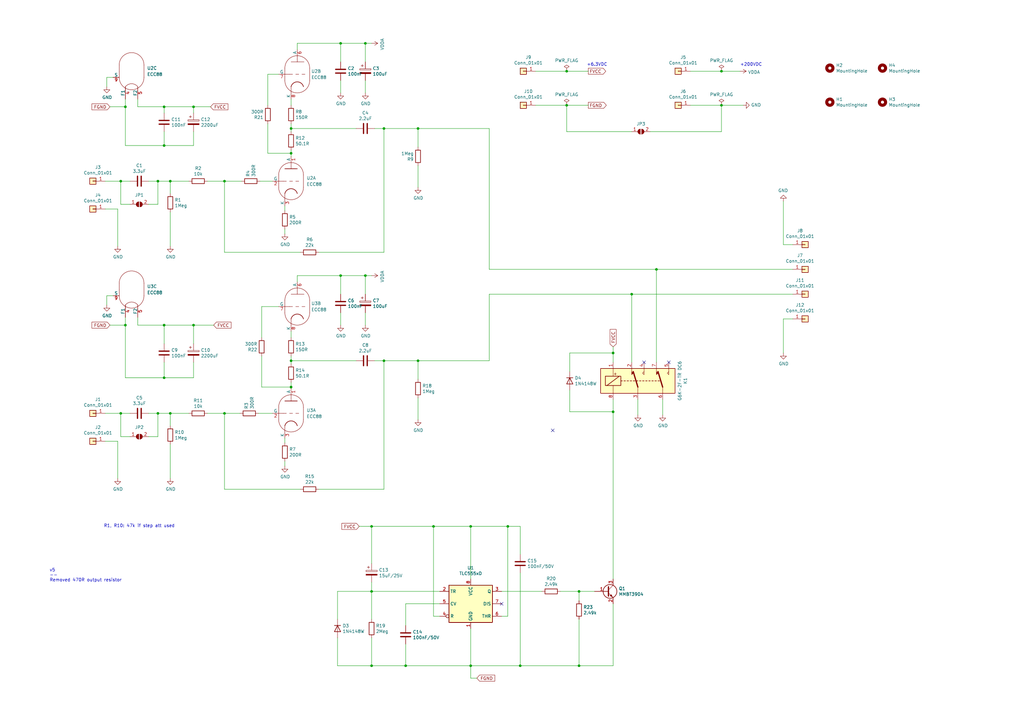
<source format=kicad_sch>
(kicad_sch (version 20230121) (generator eeschema)
  (paper "A3")
  (title_block (title "SRPP+ Pre-Amp ECC88/E88CC") (date "2023-09-24") (rev "V5 Bottom"))
  (lib_symbols
    (symbol "Connector_Generic:Conn_01x01" (pin_names (offset 1.016) hide)
      (property "Reference" "J" (at 0 2.54 0))
      (property "Value" "Conn_01x01" (at 0 -2.54 0))
      (symbol "Conn_01x01_1_1"
        (rectangle (start -1.27 0.127) (end 0 -0.127) (stroke (width 0.1524)))
        (rectangle (start -1.27 1.27) (end 1.27 -1.27) (stroke (width 0.254)) (fill (type background)))
        (pin passive line (at -5.08 0 0) (length 3.81) (name "Pin_1") (number "1"))
      )
    )
    (symbol "Device:C" (pin_numbers hide) (pin_names (offset 0.254))
      (property "Reference" "C" (at 0.635 2.54 0))
      (property "Value" "C" (at 0.635 -2.54 0))
      (symbol "C_0_1"
        (polyline (pts (xy -2.032 -0.762) (xy 2.032 -0.762)) (stroke (width 0.508)))
        (polyline (pts (xy -2.032 0.762) (xy 2.032 0.762)) (stroke (width 0.508)))
      )
      (symbol "C_1_1"
        (pin passive line (at 0 3.81 270) (length 2.794) (name "~") (number "1"))
        (pin passive line (at 0 -3.81 90) (length 2.794) (name "~") (number "2"))
      )
    )
    (symbol "Device:C_Polarized" (pin_numbers hide) (pin_names (offset 0.254))
      (property "Reference" "C" (at 0.635 2.54 0))
      (property "Value" "C_Polarized" (at 0.635 -2.54 0))
      (symbol "C_Polarized_0_1"
        (rectangle (start -2.286 0.508) (end 2.286 1.016))
        (polyline (pts (xy -1.778 2.286) (xy -0.762 2.286)))
        (polyline (pts (xy -1.27 2.794) (xy -1.27 1.778)))
        (rectangle (start 2.286 -0.508) (end -2.286 -1.016) (fill (type outline)))
      )
      (symbol "C_Polarized_1_1"
        (pin passive line (at 0 3.81 270) (length 2.794) (name "~") (number "1"))
        (pin passive line (at 0 -3.81 90) (length 2.794) (name "~") (number "2"))
      )
    )
    (symbol "Device:R" (pin_numbers hide) (pin_names (offset 0))
      (property "Reference" "R" (at 2.032 0 90))
      (property "Value" "R" (at 0 0 90))
      (symbol "R_0_1"
        (rectangle (start -1.016 -2.54) (end 1.016 2.54) (stroke (width 0.254)))
      )
      (symbol "R_1_1"
        (pin passive line (at 0 3.81 270) (length 1.27) (name "~") (number "1"))
        (pin passive line (at 0 -3.81 90) (length 1.27) (name "~") (number "2"))
      )
    )
    (symbol "Diode:1N4148W" (pin_numbers hide) (pin_names (offset 1.016) hide)
      (property "Reference" "D" (at 0 2.54 0))
      (property "Value" "1N4148W" (at 0 -2.54 0))
      (symbol "1N4148W_0_1"
        (polyline (pts (xy -1.27 1.27) (xy -1.27 -1.27)) (stroke (width 0.254)))
        (polyline (pts (xy 1.27 0) (xy -1.27 0)))
        (polyline (pts (xy 1.27 1.27) (xy 1.27 -1.27) (xy -1.27 0) (xy 1.27 1.27)) (stroke (width 0.254)))
      )
      (symbol "1N4148W_1_1"
        (pin passive line (at -3.81 0 0) (length 2.54) (name "K") (number "1"))
        (pin passive line (at 3.81 0 180) (length 2.54) (name "A") (number "2"))
      )
    )
    (symbol "Jumper:SolderJumper_2_Open" (pin_names (offset 0) hide)
      (property "Reference" "JP" (at 0 2.032 0))
      (property "Value" "SolderJumper_2_Open" (at 0 -2.54 0))
      (symbol "SolderJumper_2_Open_0_1"
        (arc (start -0.254 1.016) (mid -1.2656 0) (end -0.254 -1.016))
        (arc (start -0.254 1.016) (mid -1.2656 0) (end -0.254 -1.016) (fill (type outline)))
        (polyline (pts (xy -0.254 1.016) (xy -0.254 -1.016)))
        (polyline (pts (xy 0.254 1.016) (xy 0.254 -1.016)))
        (arc (start 0.254 -1.016) (mid 1.2656 0) (end 0.254 1.016))
        (arc (start 0.254 -1.016) (mid 1.2656 0) (end 0.254 1.016) (fill (type outline)))
      )
      (symbol "SolderJumper_2_Open_1_1"
        (pin passive line (at -3.81 0 0) (length 2.54) (name "A") (number "1"))
        (pin passive line (at 3.81 0 180) (length 2.54) (name "B") (number "2"))
      )
    )
    (symbol "Mechanical:MountingHole" (pin_names (offset 1.016))
      (property "Reference" "H" (at 0 5.08 0))
      (property "Value" "MountingHole" (at 0 3.175 0))
      (symbol "MountingHole_0_1"
        (circle (center 0 0) (radius 1.27) (stroke (width 1.27)))
      )
    )
    (symbol "Relay:G6K-2"
      (property "Reference" "K" (at 16.51 3.81 0))
      (property "Value" "G6K-2" (at 16.51 1.27 0))
      (symbol "G6K-2_0_0"
        (text "+" (at -9.271 2.921 0) (effects (font (size 1.27 1.27))))
      )
      (symbol "G6K-2_0_1"
        (rectangle (start -15.24 5.08) (end 15.24 -5.08) (stroke (width 0.254)) (fill (type background)))
        (rectangle (start -13.335 1.905) (end -6.985 -1.905) (stroke (width 0.254)))
        (polyline (pts (xy -12.7 -1.905) (xy -7.62 1.905)) (stroke (width 0.254)))
        (polyline (pts (xy -10.16 -5.08) (xy -10.16 -1.905)))
        (polyline (pts (xy -10.16 5.08) (xy -10.16 1.905)))
        (polyline (pts (xy -6.985 0) (xy -6.35 0)) (stroke (width 0.254)))
        (polyline (pts (xy -5.715 0) (xy -5.08 0)) (stroke (width 0.254)))
        (polyline (pts (xy -4.445 0) (xy -3.81 0)) (stroke (width 0.254)))
        (polyline (pts (xy -3.175 0) (xy -2.54 0)) (stroke (width 0.254)))
        (polyline (pts (xy -1.905 0) (xy -1.27 0)) (stroke (width 0.254)))
        (polyline (pts (xy -0.635 0) (xy 0 0)) (stroke (width 0.254)))
        (polyline (pts (xy 0 -2.54) (xy -1.905 3.81)) (stroke (width 0.508)))
        (polyline (pts (xy 0 -2.54) (xy 0 -5.08)))
        (polyline (pts (xy 0.635 0) (xy 1.27 0)) (stroke (width 0.254)))
        (polyline (pts (xy 1.905 0) (xy 2.54 0)) (stroke (width 0.254)))
        (polyline (pts (xy 3.175 0) (xy 3.81 0)) (stroke (width 0.254)))
        (polyline (pts (xy 4.445 0) (xy 5.08 0)) (stroke (width 0.254)))
        (polyline (pts (xy 5.715 0) (xy 6.35 0)) (stroke (width 0.254)))
        (polyline (pts (xy 6.985 0) (xy 7.62 0)) (stroke (width 0.254)))
        (polyline (pts (xy 8.255 0) (xy 8.89 0)) (stroke (width 0.254)))
        (polyline (pts (xy 10.16 -2.54) (xy 8.255 3.81)) (stroke (width 0.508)))
        (polyline (pts (xy 10.16 -2.54) (xy 10.16 -5.08)))
        (polyline (pts (xy -2.54 5.08) (xy -2.54 2.54) (xy -1.905 3.175) (xy -2.54 3.81)) (fill (type outline)))
        (polyline (pts (xy 2.54 5.08) (xy 2.54 2.54) (xy 1.905 3.175) (xy 2.54 3.81)))
        (polyline (pts (xy 7.62 5.08) (xy 7.62 2.54) (xy 8.255 3.175) (xy 7.62 3.81)) (fill (type outline)))
        (polyline (pts (xy 12.7 5.08) (xy 12.7 2.54) (xy 12.065 3.175) (xy 12.7 3.81)))
      )
      (symbol "G6K-2_1_1"
        (pin passive line (at -10.16 7.62 270) (length 2.54) (name "~") (number "1"))
        (pin passive line (at -2.54 7.62 270) (length 2.54) (name "~") (number "2"))
        (pin passive line (at 0 -7.62 90) (length 2.54) (name "~") (number "3"))
        (pin passive line (at 2.54 7.62 270) (length 2.54) (name "~") (number "4"))
        (pin passive line (at 12.7 7.62 270) (length 2.54) (name "~") (number "5"))
        (pin passive line (at 10.16 -7.62 90) (length 2.54) (name "~") (number "6"))
        (pin passive line (at 7.62 7.62 270) (length 2.54) (name "~") (number "7"))
        (pin passive line (at -10.16 -7.62 90) (length 2.54) (name "~") (number "8"))
      )
    )
    (symbol "Timer:TLC555xD"
      (property "Reference" "U" (at -10.16 8.89 0))
      (property "Value" "TLC555xD" (at 2.54 8.89 0))
      (symbol "TLC555xD_0_0"
        (pin power_in line (at 0 -10.16 90) (length 2.54) (name "GND") (number "1"))
        (pin power_in line (at 0 10.16 270) (length 2.54) (name "VCC") (number "8"))
      )
      (symbol "TLC555xD_0_1"
        (rectangle (start -8.89 -7.62) (end 8.89 7.62) (stroke (width 0.254)) (fill (type background)))
        (rectangle (start -8.89 -7.62) (end 8.89 7.62) (stroke (width 0.254)) (fill (type background)))
      )
      (symbol "TLC555xD_1_1"
        (pin input line (at -12.7 5.08 0) (length 3.81) (name "TR") (number "2"))
        (pin output line (at 12.7 5.08 180) (length 3.81) (name "Q") (number "3"))
        (pin input inverted (at -12.7 -5.08 0) (length 3.81) (name "R") (number "4"))
        (pin input line (at -12.7 0 0) (length 3.81) (name "CV") (number "5"))
        (pin input line (at 12.7 -5.08 180) (length 3.81) (name "THR") (number "6"))
        (pin input line (at 12.7 0 180) (length 3.81) (name "DIS") (number "7"))
      )
    )
    (symbol "Transistor_BJT:MMBT3904" (pin_names (offset 0) hide)
      (property "Reference" "Q" (at 5.08 1.905 0))
      (property "Value" "MMBT3904" (at 5.08 0 0))
      (symbol "MMBT3904_0_1"
        (polyline (pts (xy 0.635 0.635) (xy 2.54 2.54)))
        (polyline (pts (xy 0.635 -0.635) (xy 2.54 -2.54) (xy 2.54 -2.54)))
        (polyline (pts (xy 0.635 1.905) (xy 0.635 -1.905) (xy 0.635 -1.905)) (stroke (width 0.508)))
        (polyline (pts (xy 1.27 -1.778) (xy 1.778 -1.27) (xy 2.286 -2.286) (xy 1.27 -1.778) (xy 1.27 -1.778)) (fill (type outline)))
        (circle (center 1.27 0) (radius 2.8194) (stroke (width 0.254)))
      )
      (symbol "MMBT3904_1_1"
        (pin input line (at -5.08 0 0) (length 5.715) (name "B") (number "1"))
        (pin passive line (at 2.54 -5.08 90) (length 2.54) (name "E") (number "2"))
        (pin passive line (at 2.54 5.08 270) (length 2.54) (name "C") (number "3"))
      )
    )
    (symbol "kicad-snk:ECC88-Shield" (pin_names (offset 0))
      (property "Reference" "U" (at 4.318 7.112 0))
      (property "Value" "ECC88-Shield" (at 5.08 -7.62 0))
      (symbol "ECC88-Shield_0_1"
        (arc (start -5.08 -2.54) (mid 0 -7.5979) (end 5.08 -2.54))
        (polyline (pts (xy -5.08 0) (xy -5.08 -2.54)))
        (polyline (pts (xy -5.08 2.54) (xy -5.08 0)))
        (polyline (pts (xy 5.08 2.54) (xy 5.08 -2.54)))
        (arc (start 5.08 2.54) (mid 0 7.5979) (end -5.08 2.54))
      )
      (symbol "ECC88-Shield_1_0"
        (polyline (pts (xy -2.54 -5.08) (xy -2.54 -7.62)))
        (polyline (pts (xy 0 5.08) (xy 0 7.62)))
      )
      (symbol "ECC88-Shield_1_1"
        (polyline (pts (xy -5.08 0) (xy -3.175 0)))
        (polyline (pts (xy -1.905 0) (xy -3.175 0)) (stroke (width 0.1524)))
        (polyline (pts (xy -0.635 0) (xy 0.635 0)) (stroke (width 0.1524)))
        (polyline (pts (xy 1.905 0) (xy 3.175 0)) (stroke (width 0.1524)))
        (polyline (pts (xy -2.54 5.08) (xy 2.54 5.08) (xy 2.54 5.08)) (stroke (width 0.254)))
        (arc (start 2.54 -5.08) (mid 0 -3.0968) (end -2.54 -5.08) (stroke (width 0.254)))
        (pin output line (at 0 10.16 270) (length 2.54) (name "A") (number "1"))
        (pin input line (at -7.62 0 0) (length 2.54) (name "G") (number "2"))
        (pin bidirectional line (at -2.54 -10.16 90) (length 2.54) (name "K") (number "3"))
      )
      (symbol "ECC88-Shield_2_0"
        (polyline (pts (xy -5.08 0) (xy -3.175 0)))
        (polyline (pts (xy -2.54 -5.08) (xy -2.54 -7.62)))
        (polyline (pts (xy -1.905 0) (xy -3.175 0)) (stroke (width 0.1524)))
        (polyline (pts (xy -0.635 0) (xy 0.635 0)) (stroke (width 0.1524)))
        (polyline (pts (xy 0 5.08) (xy 0 7.62)))
        (polyline (pts (xy 1.905 0) (xy 3.175 0)) (stroke (width 0.1524)))
        (polyline (pts (xy 2.794 5.08) (xy -2.54 5.08) (xy -2.54 5.08)) (stroke (width 0.1524)))
      )
      (symbol "ECC88-Shield_2_1"
        (arc (start 2.54 -5.08) (mid 0 -3.0968) (end -2.54 -5.08) (stroke (width 0.254)))
        (pin output line (at 0 10.16 270) (length 2.54) (name "A") (number "6"))
        (pin input line (at -7.62 0 0) (length 2.54) (name "G") (number "7"))
        (pin bidirectional line (at -2.54 -10.16 90) (length 2.54) (name "K") (number "8"))
      )
      (symbol "ECC88-Shield_3_1"
        (arc (start 2.54 -6.35) (mid 0 -5.1292) (end -2.54 -6.35))
        (pin power_in line (at -2.54 -11.43 90) (length 5.08) (name "F1") (number "4"))
        (pin power_in line (at 2.54 -11.43 90) (length 5.08) (name "F2") (number "5"))
        (pin passive line (at -7.62 -2.54 0) (length 2.54) (name "S") (number "9"))
      )
    )
    (symbol "power:GND" (power) (pin_names (offset 0))
      (property "Value" "GND" (at 0 -3.81 0))
      (symbol "GND_0_1"
        (polyline (pts (xy 0 0) (xy 0 -1.27) (xy 1.27 -1.27) (xy 0 -2.54) (xy -1.27 -1.27) (xy 0 -1.27)))
      )
      (symbol "GND_1_1"
        (pin power_in line (at 0 0 270) (length 0) hide (name "GND") (number "1"))
      )
    )
    (symbol "power:PWR_FLAG" (power) (pin_numbers hide) (pin_names (offset 0) hide)
      (property "Value" "PWR_FLAG" (at 0 3.81 0))
      (symbol "PWR_FLAG_0_0"
        (pin power_out line (at 0 0 90) (length 0) (name "pwr") (number "1"))
      )
      (symbol "PWR_FLAG_0_1"
        (polyline (pts (xy 0 0) (xy 0 1.27) (xy -1.016 1.905) (xy 0 2.54) (xy 1.016 1.905) (xy 0 1.27)))
      )
    )
    (symbol "power:VDDA" (power) (pin_names (offset 0))
      (property "Value" "VDDA" (at 0 3.81 0))
      (symbol "VDDA_0_1"
        (polyline (pts (xy -0.762 1.27) (xy 0 2.54)))
        (polyline (pts (xy 0 0) (xy 0 2.54)))
        (polyline (pts (xy 0 2.54) (xy 0.762 1.27)))
      )
      (symbol "VDDA_1_1"
        (pin power_in line (at 0 0 90) (length 0) hide (name "VDDA") (number "1"))
      )
    )
  )
  (junction (at 193.04 215.9))
  (junction (at 67.31 154.94))
  (junction (at 237.49 273.05))
  (junction (at 79.375 43.815))
  (junction (at 119.38 147.955))
  (junction (at 64.77 74.295))
  (junction (at 152.4 273.05))
  (junction (at 51.435 43.815))
  (junction (at 251.46 144.78))
  (junction (at 295.91 43.18))
  (junction (at 251.46 168.91))
  (junction (at 69.85 74.295))
  (junction (at 193.04 273.05))
  (junction (at 177.8 215.9))
  (junction (at 152.4 242.57))
  (junction (at 67.31 133.35))
  (junction (at 67.31 43.815))
  (junction (at 139.7 17.78))
  (junction (at 232.41 43.18))
  (junction (at 295.91 29.21))
  (junction (at 67.31 59.69))
  (junction (at 79.375 133.35))
  (junction (at 152.4 215.9))
  (junction (at 171.45 147.955))
  (junction (at 157.48 52.705))
  (junction (at 49.53 74.295))
  (junction (at 269.24 110.49))
  (junction (at 92.075 169.545))
  (junction (at 208.28 215.9))
  (junction (at 171.45 52.705))
  (junction (at 49.53 169.545))
  (junction (at 119.38 158.75))
  (junction (at 51.435 133.35))
  (junction (at 119.38 62.865))
  (junction (at 232.41 29.21))
  (junction (at 237.49 242.57))
  (junction (at 259.08 120.65))
  (junction (at 213.36 273.05))
  (junction (at 157.48 147.955))
  (junction (at 149.86 113.03))
  (junction (at 139.7 113.03))
  (junction (at 92.075 74.295))
  (junction (at 119.38 52.705))
  (junction (at 166.37 273.05))
  (junction (at 64.77 169.545))
  (junction (at 149.86 17.78))
  (junction (at 69.85 169.545))
  (no_connect (at 264.16 148.59))
  (no_connect (at 274.32 148.59))
  (no_connect (at 226.695 176.53))
  (no_connect (at 205.74 247.65))
  (wire (pts (xy 43.815 121.285) (xy 46.355 121.285)))
  (wire (pts (xy 232.41 53.975) (xy 232.41 43.18)))
  (wire (pts (xy 259.08 53.975) (xy 232.41 53.975)))
  (wire (pts (xy 157.48 52.705) (xy 153.67 52.705)))
  (wire (pts (xy 60.96 83.82) (xy 64.77 83.82)))
  (wire (pts (xy 49.53 169.545) (xy 53.34 169.545)))
  (wire (pts (xy 138.43 273.05) (xy 138.43 261.62)))
  (wire (pts (xy 208.28 252.73) (xy 208.28 215.9)))
  (wire (pts (xy 193.04 273.05) (xy 193.04 278.13)))
  (wire (pts (xy 92.075 169.545) (xy 98.425 169.545)))
  (wire (pts (xy 213.36 227.33) (xy 213.36 215.9)))
  (wire (pts (xy 233.68 152.4) (xy 233.68 144.78)))
  (wire (pts (xy 119.38 52.705) (xy 119.38 53.975)))
  (wire (pts (xy 85.09 169.545) (xy 92.075 169.545)))
  (wire (pts (xy 149.86 113.03) (xy 149.86 120.65)))
  (wire (pts (xy 213.36 273.05) (xy 193.04 273.05)))
  (wire (pts (xy 321.31 144.78) (xy 321.31 130.81)))
  (wire (pts (xy 106.68 74.295) (xy 111.76 74.295)))
  (wire (pts (xy 64.77 74.295) (xy 60.96 74.295)))
  (wire (pts (xy 139.7 17.78) (xy 149.86 17.78)))
  (wire (pts (xy 79.375 53.975) (xy 79.375 59.69)))
  (wire (pts (xy 213.36 234.95) (xy 213.36 273.05)))
  (wire (pts (xy 153.67 147.955) (xy 157.48 147.955)))
  (wire (pts (xy 119.38 62.865) (xy 119.38 64.135)))
  (wire (pts (xy 321.31 100.33) (xy 321.31 82.55)))
  (wire (pts (xy 321.31 130.81) (xy 325.12 130.81)))
  (wire (pts (xy 67.31 154.94) (xy 67.31 148.59)))
  (wire (pts (xy 139.7 38.1) (xy 139.7 33.02)))
  (wire (pts (xy 43.815 35.56) (xy 43.815 31.75)))
  (wire (pts (xy 109.855 30.48) (xy 114.3 30.48)))
  (wire (pts (xy 180.34 247.65) (xy 166.37 247.65)))
  (wire (pts (xy 237.49 273.05) (xy 213.36 273.05)))
  (wire (pts (xy 67.31 53.975) (xy 67.31 59.69)))
  (wire (pts (xy 69.85 169.545) (xy 64.77 169.545)))
  (wire (pts (xy 53.34 179.07) (xy 49.53 179.07)))
  (wire (pts (xy 157.48 147.955) (xy 157.48 200.66)))
  (wire (pts (xy 85.09 74.295) (xy 92.075 74.295)))
  (wire (pts (xy 51.435 154.94) (xy 67.31 154.94)))
  (wire (pts (xy 237.49 242.57) (xy 229.87 242.57)))
  (wire (pts (xy 116.84 189.23) (xy 116.84 191.135)))
  (wire (pts (xy 200.66 110.49) (xy 200.66 52.705)))
  (wire (pts (xy 92.075 74.295) (xy 99.06 74.295)))
  (wire (pts (xy 67.31 43.815) (xy 79.375 43.815)))
  (wire (pts (xy 219.71 43.18) (xy 232.41 43.18)))
  (wire (pts (xy 139.7 113.03) (xy 149.86 113.03)))
  (wire (pts (xy 266.7 53.975) (xy 295.91 53.975)))
  (wire (pts (xy 77.47 74.295) (xy 69.85 74.295)))
  (wire (pts (xy 139.7 120.65) (xy 139.7 113.03)))
  (wire (pts (xy 171.45 60.325) (xy 171.45 52.705)))
  (wire (pts (xy 149.86 133.35) (xy 149.86 128.27)))
  (wire (pts (xy 107.315 146.05) (xy 107.315 158.75)))
  (wire (pts (xy 51.435 43.815) (xy 51.435 59.69)))
  (wire (pts (xy 119.38 147.955) (xy 119.38 149.225)))
  (wire (pts (xy 121.92 115.57) (xy 121.92 113.03)))
  (wire (pts (xy 295.91 29.21) (xy 283.21 29.21)))
  (wire (pts (xy 195.58 278.13) (xy 193.04 278.13)))
  (wire (pts (xy 152.4 242.57) (xy 152.4 254)))
  (wire (pts (xy 177.8 252.73) (xy 177.8 215.9)))
  (wire (pts (xy 119.38 147.955) (xy 146.05 147.955)))
  (wire (pts (xy 193.04 257.81) (xy 193.04 273.05)))
  (wire (pts (xy 130.81 103.505) (xy 157.48 103.505)))
  (wire (pts (xy 64.77 179.07) (xy 64.77 169.545)))
  (wire (pts (xy 69.85 174.625) (xy 69.85 169.545)))
  (wire (pts (xy 303.53 29.21) (xy 295.91 29.21)))
  (wire (pts (xy 251.46 163.83) (xy 251.46 168.91)))
  (wire (pts (xy 251.46 144.78) (xy 251.46 142.24)))
  (wire (pts (xy 157.48 52.705) (xy 171.45 52.705)))
  (wire (pts (xy 79.375 140.97) (xy 79.375 133.35)))
  (wire (pts (xy 56.515 133.35) (xy 67.31 133.35)))
  (wire (pts (xy 243.84 242.57) (xy 237.49 242.57)))
  (wire (pts (xy 67.31 43.815) (xy 67.31 46.355)))
  (wire (pts (xy 119.105 147.955) (xy 119.38 147.955)))
  (wire (pts (xy 51.435 154.94) (xy 51.435 133.35)))
  (wire (pts (xy 51.435 133.35) (xy 51.435 130.175)))
  (wire (pts (xy 205.74 242.57) (xy 222.25 242.57)))
  (wire (pts (xy 45.085 133.35) (xy 51.435 133.35)))
  (wire (pts (xy 251.46 247.65) (xy 251.46 273.05)))
  (wire (pts (xy 233.68 168.91) (xy 251.46 168.91)))
  (wire (pts (xy 48.26 85.725) (xy 43.18 85.725)))
  (wire (pts (xy 200.66 120.65) (xy 259.08 120.65)))
  (wire (pts (xy 67.31 154.94) (xy 79.375 154.94)))
  (wire (pts (xy 138.43 242.57) (xy 138.43 254)))
  (wire (pts (xy 43.815 31.75) (xy 46.355 31.75)))
  (wire (pts (xy 149.86 113.03) (xy 152.4 113.03)))
  (wire (pts (xy 56.515 43.815) (xy 56.515 40.64)))
  (wire (pts (xy 49.53 83.82) (xy 49.53 74.295)))
  (wire (pts (xy 157.48 200.66) (xy 130.81 200.66)))
  (wire (pts (xy 119.38 40.64) (xy 119.38 43.18)))
  (wire (pts (xy 123.19 200.66) (xy 92.075 200.66)))
  (wire (pts (xy 149.86 17.78) (xy 152.4 17.78)))
  (wire (pts (xy 269.24 148.59) (xy 269.24 110.49)))
  (wire (pts (xy 106.045 169.545) (xy 111.76 169.545)))
  (wire (pts (xy 152.4 273.05) (xy 138.43 273.05)))
  (wire (pts (xy 171.45 67.945) (xy 171.45 76.835)))
  (wire (pts (xy 259.08 148.59) (xy 259.08 120.65)))
  (wire (pts (xy 213.36 215.9) (xy 208.28 215.9)))
  (wire (pts (xy 60.96 179.07) (xy 64.77 179.07)))
  (wire (pts (xy 237.49 246.38) (xy 237.49 242.57)))
  (wire (pts (xy 149.86 38.1) (xy 149.86 33.02)))
  (wire (pts (xy 114.3 125.73) (xy 107.315 125.73)))
  (wire (pts (xy 69.85 79.375) (xy 69.85 74.295)))
  (wire (pts (xy 69.85 100.965) (xy 69.85 86.995)))
  (wire (pts (xy 43.18 169.545) (xy 49.53 169.545)))
  (wire (pts (xy 121.92 113.03) (xy 139.7 113.03)))
  (wire (pts (xy 193.04 273.05) (xy 166.37 273.05)))
  (wire (pts (xy 107.315 158.75) (xy 119.38 158.75)))
  (wire (pts (xy 79.375 59.69) (xy 67.31 59.69)))
  (wire (pts (xy 283.21 43.18) (xy 295.91 43.18)))
  (wire (pts (xy 157.48 147.955) (xy 171.45 147.955)))
  (wire (pts (xy 116.84 84.455) (xy 116.84 86.36)))
  (wire (pts (xy 251.46 148.59) (xy 251.46 144.78)))
  (wire (pts (xy 171.45 155.575) (xy 171.45 147.955)))
  (wire (pts (xy 166.37 273.05) (xy 166.37 264.16)))
  (wire (pts (xy 116.84 93.98) (xy 116.84 95.885)))
  (wire (pts (xy 109.855 50.8) (xy 109.855 62.865)))
  (wire (pts (xy 232.41 29.21) (xy 241.3 29.21)))
  (wire (pts (xy 200.66 52.705) (xy 171.45 52.705)))
  (wire (pts (xy 109.855 62.865) (xy 119.38 62.865)))
  (wire (pts (xy 152.4 242.57) (xy 152.4 238.76)))
  (wire (pts (xy 121.92 20.32) (xy 121.92 17.78)))
  (wire (pts (xy 119.38 52.705) (xy 146.05 52.705)))
  (wire (pts (xy 43.18 74.295) (xy 49.53 74.295)))
  (wire (pts (xy 107.315 125.73) (xy 107.315 138.43)))
  (wire (pts (xy 295.91 43.18) (xy 304.8 43.18)))
  (wire (pts (xy 233.68 160.02) (xy 233.68 168.91)))
  (wire (pts (xy 139.7 25.4) (xy 139.7 17.78)))
  (wire (pts (xy 119.38 156.845) (xy 119.38 158.75)))
  (wire (pts (xy 69.85 196.215) (xy 69.85 182.245)))
  (wire (pts (xy 269.24 110.49) (xy 325.12 110.49)))
  (wire (pts (xy 259.08 120.65) (xy 325.12 120.65)))
  (wire (pts (xy 64.77 83.82) (xy 64.77 74.295)))
  (wire (pts (xy 48.26 100.965) (xy 48.26 85.725)))
  (wire (pts (xy 119.38 146.05) (xy 119.38 147.955)))
  (wire (pts (xy 157.48 52.705) (xy 157.48 103.505)))
  (wire (pts (xy 51.435 59.69) (xy 67.31 59.69)))
  (wire (pts (xy 56.515 43.815) (xy 67.31 43.815)))
  (wire (pts (xy 200.66 120.65) (xy 200.66 147.955)))
  (wire (pts (xy 49.53 74.295) (xy 53.34 74.295)))
  (wire (pts (xy 193.04 215.9) (xy 177.8 215.9)))
  (wire (pts (xy 152.4 231.14) (xy 152.4 215.9)))
  (wire (pts (xy 79.375 43.815) (xy 86.36 43.815)))
  (wire (pts (xy 251.46 168.91) (xy 251.46 237.49)))
  (wire (pts (xy 208.28 215.9) (xy 193.04 215.9)))
  (wire (pts (xy 180.34 242.57) (xy 152.4 242.57)))
  (wire (pts (xy 119.38 135.89) (xy 119.38 138.43)))
  (wire (pts (xy 48.26 180.975) (xy 43.18 180.975)))
  (wire (pts (xy 261.62 170.18) (xy 261.62 163.83)))
  (wire (pts (xy 232.41 29.21) (xy 219.71 29.21)))
  (wire (pts (xy 92.075 200.66) (xy 92.075 169.545)))
  (wire (pts (xy 67.31 133.35) (xy 79.375 133.35)))
  (wire (pts (xy 271.78 170.18) (xy 271.78 163.83)))
  (wire (pts (xy 166.37 273.05) (xy 152.4 273.05)))
  (wire (pts (xy 232.41 43.18) (xy 241.3 43.18)))
  (wire (pts (xy 233.68 144.78) (xy 251.46 144.78)))
  (wire (pts (xy 147.32 215.9) (xy 152.4 215.9)))
  (wire (pts (xy 51.435 43.815) (xy 51.435 40.64)))
  (wire (pts (xy 109.855 43.18) (xy 109.855 30.48)))
  (wire (pts (xy 92.075 103.505) (xy 92.075 74.295)))
  (wire (pts (xy 53.34 83.82) (xy 49.53 83.82)))
  (wire (pts (xy 149.86 17.78) (xy 149.86 25.4)))
  (wire (pts (xy 79.375 154.94) (xy 79.375 148.59)))
  (wire (pts (xy 251.46 273.05) (xy 237.49 273.05)))
  (wire (pts (xy 152.4 273.05) (xy 152.4 261.62)))
  (wire (pts (xy 79.375 133.35) (xy 87.63 133.35)))
  (wire (pts (xy 79.375 43.815) (xy 79.375 46.355)))
  (wire (pts (xy 152.4 215.9) (xy 177.8 215.9)))
  (wire (pts (xy 77.47 169.545) (xy 69.85 169.545)))
  (wire (pts (xy 295.91 53.975) (xy 295.91 43.18)))
  (wire (pts (xy 119.38 61.595) (xy 119.38 62.865)))
  (wire (pts (xy 48.26 196.215) (xy 48.26 180.975)))
  (wire (pts (xy 200.66 147.955) (xy 171.45 147.955)))
  (wire (pts (xy 171.45 172.085) (xy 171.45 163.195)))
  (wire (pts (xy 200.66 110.49) (xy 269.24 110.49)))
  (wire (pts (xy 152.4 242.57) (xy 138.43 242.57)))
  (wire (pts (xy 123.19 103.505) (xy 92.075 103.505)))
  (wire (pts (xy 64.77 169.545) (xy 60.96 169.545)))
  (wire (pts (xy 49.53 179.07) (xy 49.53 169.545)))
  (wire (pts (xy 45.085 43.815) (xy 51.435 43.815)))
  (wire (pts (xy 69.85 74.295) (xy 64.77 74.295)))
  (wire (pts (xy 205.74 252.73) (xy 208.28 252.73)))
  (wire (pts (xy 67.31 140.97) (xy 67.31 133.35)))
  (wire (pts (xy 119.38 50.8) (xy 119.38 52.705)))
  (wire (pts (xy 193.04 237.49) (xy 193.04 215.9)))
  (wire (pts (xy 119.38 158.75) (xy 119.38 159.385)))
  (wire (pts (xy 121.92 17.78) (xy 139.7 17.78)))
  (wire (pts (xy 43.815 125.095) (xy 43.815 121.285)))
  (wire (pts (xy 116.84 179.705) (xy 116.84 181.61)))
  (wire (pts (xy 325.12 100.33) (xy 321.31 100.33)))
  (wire (pts (xy 56.515 133.35) (xy 56.515 130.175)))
  (wire (pts (xy 180.34 252.73) (xy 177.8 252.73)))
  (wire (pts (xy 237.49 254) (xy 237.49 273.05)))
  (wire (pts (xy 139.7 133.35) (xy 139.7 128.27)))
  (wire (pts (xy 166.37 247.65) (xy 166.37 256.54)))
  (text "+6.3VDC" (at 240.665 27.305 0) (effects (font (size 1.27 1.27)) (justify left bottom)))
  (text "v5\n--\nRemoved 470R output resistor" (at 20.32 238.76 0) (effects (font (size 1.27 1.27)) (justify left bottom)))
  (text "+200VDC" (at 303.53 27.305 0) (effects (font (size 1.27 1.27)) (justify left bottom)))
  (text "R1, R10: 47k if step att used" (at 42.545 216.535 0) (effects (font (size 1.27 1.27)) (justify left bottom)))
  (global_label "FGND" (shape output) (at 241.3 43.18 0) (property "Intersheetrefs" "${INTERSHEET_REFS}" (effects hide)))
  (global_label "FVCC" (shape output) (at 241.3 29.21 0) (property "Intersheetrefs" "${INTERSHEET_REFS}" (effects hide)))
  (global_label "FVCC" (shape input) (at 147.32 215.9 180) (property "Intersheetrefs" "${INTERSHEET_REFS}" (effects hide)))
  (global_label "FGND" (shape input) (at 45.085 133.35 180) (property "Intersheetrefs" "${INTERSHEET_REFS}" (effects hide)))
  (global_label "FGND" (shape input) (at 195.58 278.13 0) (property "Intersheetrefs" "${INTERSHEET_REFS}" (effects hide)))
  (global_label "FGND" (shape input) (at 45.085 43.815 180) (property "Intersheetrefs" "${INTERSHEET_REFS}" (effects hide)))
  (global_label "FVCC" (shape input) (at 251.46 142.24 90) (property "Intersheetrefs" "${INTERSHEET_REFS}" (effects hide)))
  (global_label "FVCC" (shape input) (at 86.36 43.815 0) (property "Intersheetrefs" "${INTERSHEET_REFS}" (effects hide)))
  (global_label "FVCC" (shape input) (at 87.63 133.35 0) (property "Intersheetrefs" "${INTERSHEET_REFS}" (effects hide)))
  (symbol (lib_id "Device:R") (at 81.28 74.295 270) (unit 1)
    (property "Reference" "R2" (at 81.28 69.0372 90))
    (property "Value" "10k" (at 81.28 71.3486 90))
    (property "Footprint" "Resistor_SMD:R_MELF_MMB-0207" (effects hide))
  )
  (symbol (lib_id "Device:R") (at 69.85 83.185 0) (unit 1)
    (property "Reference" "R1" (at 71.628 82.0166 0) (effects (justify left)))
    (property "Value" "1Meg" (at 71.628 84.328 0) (effects (justify left)))
    (property "Footprint" "Resistor_SMD:R_MELF_MMB-0207" (effects hide))
  )
  (symbol (lib_id "Connector_Generic:Conn_01x01") (at 38.1 74.295 180) (unit 1)
    (property "Reference" "J3" (at 40.1828 68.58 0))
    (property "Value" "Conn_01x01" (at 40.1828 70.8914 0))
    (property "Footprint" "Connector_Pin:Pin_D1.0mm_L10.0mm" (effects hide))
  )
  (symbol (lib_id "Connector_Generic:Conn_01x01") (at 38.1 85.725 180) (unit 1)
    (property "Reference" "J4" (at 40.1828 80.01 0))
    (property "Value" "Conn_01x01" (at 40.1828 82.3214 0))
    (property "Footprint" "Connector_Pin:Pin_D1.0mm_L10.0mm" (effects hide))
  )
  (symbol (lib_id "Connector_Generic:Conn_01x01") (at 278.13 29.21 180) (unit 1)
    (property "Reference" "J5" (at 280.2128 23.495 0))
    (property "Value" "Conn_01x01" (at 280.2128 25.8064 0))
    (property "Footprint" "Connector_Pin:Pin_D1.3mm_L11.0mm" (effects hide))
  )
  (symbol (lib_id "Connector_Generic:Conn_01x01") (at 278.13 43.18 180) (unit 1)
    (property "Reference" "J6" (at 280.2128 37.465 0))
    (property "Value" "Conn_01x01" (at 280.2128 39.7764 0))
    (property "Footprint" "Connector_Pin:Pin_D1.3mm_L11.0mm" (effects hide))
  )
  (symbol (lib_id "Device:C") (at 57.15 74.295 270) (unit 1)
    (property "Reference" "C1" (at 57.15 67.8942 90))
    (property "Value" "3.3uF" (at 57.15 70.2056 90))
    (property "Footprint" "Capacitor_THT:C_Rect_L7.2mm_W7.2mm_P5.00mm_FKS2_FKP2_MKS2_MKP2" (effects hide))
  )
  (symbol (lib_id "Mechanical:MountingHole") (at 340.36 27.94 0) (unit 1)
    (property "Reference" "H2" (at 342.9 26.7716 0) (effects (justify left)))
    (property "Value" "MountingHole" (at 342.9 29.083 0) (effects (justify left)))
    (property "Footprint" "MountingHole:MountingHole_3.2mm_M3" (effects hide))
  )
  (symbol (lib_id "Mechanical:MountingHole") (at 361.95 27.94 0) (unit 1)
    (property "Reference" "H4" (at 364.49 26.7716 0) (effects (justify left)))
    (property "Value" "MountingHole" (at 364.49 29.083 0) (effects (justify left)))
    (property "Footprint" "MountingHole:MountingHole_3.2mm_M3" (effects hide))
  )
  (symbol (lib_id "Mechanical:MountingHole") (at 340.36 41.91 0) (unit 1)
    (property "Reference" "H1" (at 342.9 40.7416 0) (effects (justify left)))
    (property "Value" "MountingHole" (at 342.9 43.053 0) (effects (justify left)))
    (property "Footprint" "MountingHole:MountingHole_3.2mm_M3" (effects hide))
  )
  (symbol (lib_id "Mechanical:MountingHole") (at 361.95 41.91 0) (unit 1)
    (property "Reference" "H3" (at 364.49 40.7416 0) (effects (justify left)))
    (property "Value" "MountingHole" (at 364.49 43.053 0) (effects (justify left)))
    (property "Footprint" "MountingHole:MountingHole_3.2mm_M3" (effects hide))
  )
  (symbol (lib_id "power:PWR_FLAG") (at 295.91 29.21 0) (unit 1)
    (property "Reference" "#FLG04" (effects hide))
    (property "Value" "PWR_FLAG" (at 295.91 24.8158 0))
  )
  (symbol (lib_id "power:GND") (at 304.8 43.18 90) (unit 1)
    (property "Reference" "#PWR05" (effects hide))
    (property "Value" "GND" (at 308.0512 43.053 90) (effects (justify right)))
  )
  (symbol (lib_id "power:PWR_FLAG") (at 295.91 43.18 0) (unit 1)
    (property "Reference" "#FLG03" (effects hide))
    (property "Value" "PWR_FLAG" (at 295.91 38.7858 0))
  )
  (symbol (lib_id "power:VDDA") (at 303.53 29.21 270) (unit 1)
    (property "Reference" "#PWR07" (effects hide))
    (property "Value" "VDDA" (at 306.7812 29.591 90) (effects (justify left)))
  )
  (symbol (lib_id "Device:C_Polarized") (at 149.86 29.21 0) (unit 1)
    (property "Reference" "C3" (at 152.8572 28.0416 0) (effects (justify left)))
    (property "Value" "100uF" (at 152.8572 30.353 0) (effects (justify left)))
    (property "Footprint" "Capacitor_THT:CP_Radial_D18.0mm_P7.50mm" (effects hide))
  )
  (symbol (lib_id "Device:C") (at 139.7 29.21 0) (unit 1)
    (property "Reference" "C2" (at 142.621 28.0416 0) (effects (justify left)))
    (property "Value" "100nF" (at 142.621 30.353 0) (effects (justify left)))
    (property "Footprint" "Capacitor_THT:C_Rect_L16.5mm_W5.0mm_P15.00mm_MKT" (effects hide))
  )
  (symbol (lib_id "Device:R") (at 171.45 64.135 180) (unit 1)
    (property "Reference" "R9" (at 169.672 65.3034 0) (effects (justify left)))
    (property "Value" "1Meg" (at 169.672 62.992 0) (effects (justify left)))
    (property "Footprint" "Resistor_SMD:R_MELF_MMB-0207" (effects hide))
  )
  (symbol (lib_id "Device:C") (at 149.86 52.705 270) (unit 1)
    (property "Reference" "C4" (at 149.86 46.3042 90))
    (property "Value" "2.2uF" (at 149.86 48.6156 90))
    (property "Footprint" "Capacitor_THT:C_Rect_L31.5mm_W11.0mm_P27.50mm_MKS4" (effects hide))
  )
  (symbol (lib_id "Device:R") (at 127 103.505 270) (unit 1)
    (property "Reference" "R6" (at 127 98.2472 90))
    (property "Value" "22k" (at 127 100.5586 90))
    (property "Footprint" "Resistor_SMD:R_MELF_MMB-0207" (effects hide))
  )
  (symbol (lib_id "Connector_Generic:Conn_01x01") (at 330.2 110.49 0) (mirror x) (unit 1)
    (property "Reference" "J7" (at 328.1172 104.775 0))
    (property "Value" "Conn_01x01" (at 328.1172 107.0864 0))
    (property "Footprint" "Connector_Pin:Pin_D1.0mm_L10.0mm" (effects hide))
  )
  (symbol (lib_id "Connector_Generic:Conn_01x01") (at 330.2 100.33 0) (mirror x) (unit 1)
    (property "Reference" "J8" (at 328.1172 94.615 0))
    (property "Value" "Conn_01x01" (at 328.1172 96.9264 0))
    (property "Footprint" "Connector_Pin:Pin_D1.0mm_L10.0mm" (effects hide))
  )
  (symbol (lib_id "power:GND") (at 149.86 38.1 0) (unit 1)
    (property "Reference" "#PWR014" (effects hide))
    (property "Value" "GND" (at 149.987 42.4942 0))
  )
  (symbol (lib_id "power:GND") (at 139.7 38.1 0) (unit 1)
    (property "Reference" "#PWR011" (effects hide))
    (property "Value" "GND" (at 139.827 42.4942 0))
  )
  (symbol (lib_id "power:GND") (at 69.85 100.965 0) (unit 1)
    (property "Reference" "#PWR04" (effects hide))
    (property "Value" "GND" (at 69.977 105.3592 0))
  )
  (symbol (lib_id "power:GND") (at 48.26 100.965 0) (unit 1)
    (property "Reference" "#PWR03" (effects hide))
    (property "Value" "GND" (at 48.387 105.3592 0))
  )
  (symbol (lib_id "power:VDDA") (at 152.4 17.78 270) (unit 1)
    (property "Reference" "#PWR013" (effects hide))
    (property "Value" "VDDA" (at 156.7942 18.161 0))
  )
  (symbol (lib_id "Connector_Generic:Conn_01x01") (at 214.63 29.21 180) (unit 1)
    (property "Reference" "J9" (at 216.7128 23.495 0))
    (property "Value" "Conn_01x01" (at 216.7128 25.8064 0))
    (property "Footprint" "Connector_Pin:Pin_D1.3mm_L11.0mm" (effects hide))
  )
  (symbol (lib_id "Connector_Generic:Conn_01x01") (at 214.63 43.18 180) (unit 1)
    (property "Reference" "J10" (at 216.7128 37.465 0))
    (property "Value" "Conn_01x01" (at 216.7128 39.7764 0))
    (property "Footprint" "Connector_Pin:Pin_D1.3mm_L11.0mm" (effects hide))
  )
  (symbol (lib_id "power:PWR_FLAG") (at 232.41 29.21 0) (unit 1)
    (property "Reference" "#FLG01" (effects hide))
    (property "Value" "PWR_FLAG" (at 232.41 24.8158 0))
  )
  (symbol (lib_id "power:PWR_FLAG") (at 232.41 43.18 0) (unit 1)
    (property "Reference" "#FLG02" (effects hide))
    (property "Value" "PWR_FLAG" (at 232.41 38.7858 0))
  )
  (symbol (lib_id "Device:R") (at 81.28 169.545 270) (unit 1)
    (property "Reference" "R11" (at 81.28 164.2872 90))
    (property "Value" "10k" (at 81.28 166.5986 90))
    (property "Footprint" "Resistor_SMD:R_MELF_MMB-0207" (effects hide))
  )
  (symbol (lib_id "Device:R") (at 69.85 178.435 0) (unit 1)
    (property "Reference" "R10" (at 71.628 177.2666 0) (effects (justify left)))
    (property "Value" "1Meg" (at 71.628 179.578 0) (effects (justify left)))
    (property "Footprint" "Resistor_SMD:R_MELF_MMB-0207" (effects hide))
  )
  (symbol (lib_id "Connector_Generic:Conn_01x01") (at 38.1 169.545 180) (unit 1)
    (property "Reference" "J1" (at 40.1828 163.83 0))
    (property "Value" "Conn_01x01" (at 40.1828 166.1414 0))
    (property "Footprint" "Connector_Pin:Pin_D1.0mm_L10.0mm" (effects hide))
  )
  (symbol (lib_id "Connector_Generic:Conn_01x01") (at 38.1 180.975 180) (unit 1)
    (property "Reference" "J2" (at 40.1828 175.26 0))
    (property "Value" "Conn_01x01" (at 40.1828 177.5714 0))
    (property "Footprint" "Connector_Pin:Pin_D1.0mm_L10.0mm" (effects hide))
  )
  (symbol (lib_id "Device:C") (at 57.15 169.545 270) (unit 1)
    (property "Reference" "C5" (at 57.15 163.1442 90))
    (property "Value" "3.3uF" (at 57.15 165.4556 90))
    (property "Footprint" "Capacitor_THT:C_Rect_L7.2mm_W7.2mm_P5.00mm_FKS2_FKP2_MKS2_MKP2" (effects hide))
  )
  (symbol (lib_id "Device:C_Polarized") (at 149.86 124.46 0) (unit 1)
    (property "Reference" "C7" (at 152.8572 123.2916 0) (effects (justify left)))
    (property "Value" "100uF" (at 152.8572 125.603 0) (effects (justify left)))
    (property "Footprint" "Capacitor_THT:CP_Radial_D18.0mm_P7.50mm" (effects hide))
  )
  (symbol (lib_id "Device:C") (at 139.7 124.46 0) (unit 1)
    (property "Reference" "C6" (at 142.621 123.2916 0) (effects (justify left)))
    (property "Value" "100nF" (at 142.621 125.603 0) (effects (justify left)))
    (property "Footprint" "Capacitor_THT:C_Rect_L16.5mm_W5.0mm_P15.00mm_MKT" (effects hide))
  )
  (symbol (lib_id "Device:R") (at 171.45 159.385 0) (unit 1)
    (property "Reference" "R18" (at 173.228 158.2166 0) (effects (justify left)))
    (property "Value" "1Meg" (at 173.228 160.528 0) (effects (justify left)))
    (property "Footprint" "Resistor_SMD:R_MELF_MMB-0207" (effects hide))
  )
  (symbol (lib_id "Device:C") (at 149.86 147.955 270) (unit 1)
    (property "Reference" "C8" (at 149.86 141.5542 90))
    (property "Value" "2.2uF" (at 149.86 143.8656 90))
    (property "Footprint" "Capacitor_THT:C_Rect_L31.5mm_W11.0mm_P27.50mm_MKS4" (effects hide))
  )
  (symbol (lib_id "Device:R") (at 127 200.66 270) (unit 1)
    (property "Reference" "R15" (at 127 195.4022 90))
    (property "Value" "22k" (at 127 197.7136 90))
    (property "Footprint" "Resistor_SMD:R_MELF_MMB-0207" (effects hide))
  )
  (symbol (lib_id "Connector_Generic:Conn_01x01") (at 330.2 120.65 0) (mirror x) (unit 1)
    (property "Reference" "J11" (at 328.1172 114.935 0))
    (property "Value" "Conn_01x01" (at 328.1172 117.2464 0))
    (property "Footprint" "Connector_Pin:Pin_D1.0mm_L10.0mm" (effects hide))
  )
  (symbol (lib_id "Connector_Generic:Conn_01x01") (at 330.2 130.81 0) (mirror x) (unit 1)
    (property "Reference" "J12" (at 328.1172 125.095 0))
    (property "Value" "Conn_01x01" (at 328.1172 127.4064 0))
    (property "Footprint" "Connector_Pin:Pin_D1.0mm_L10.0mm" (effects hide))
  )
  (symbol (lib_id "power:GND") (at 321.31 144.78 0) (unit 1)
    (property "Reference" "#PWR028" (effects hide))
    (property "Value" "GND" (at 321.437 149.1742 0))
  )
  (symbol (lib_id "power:GND") (at 149.86 133.35 0) (unit 1)
    (property "Reference" "#PWR026" (effects hide))
    (property "Value" "GND" (at 149.987 137.7442 0))
  )
  (symbol (lib_id "power:GND") (at 139.7 133.35 0) (unit 1)
    (property "Reference" "#PWR023" (effects hide))
    (property "Value" "GND" (at 139.827 137.7442 0))
  )
  (symbol (lib_id "power:GND") (at 69.85 196.215 0) (unit 1)
    (property "Reference" "#PWR017" (effects hide))
    (property "Value" "GND" (at 69.977 200.6092 0))
  )
  (symbol (lib_id "power:GND") (at 48.26 196.215 0) (unit 1)
    (property "Reference" "#PWR02" (effects hide))
    (property "Value" "GND" (at 48.387 200.6092 0))
  )
  (symbol (lib_id "power:VDDA") (at 152.4 113.03 270) (unit 1)
    (property "Reference" "#PWR025" (effects hide))
    (property "Value" "VDDA" (at 156.7942 113.411 0))
  )
  (symbol (lib_id "Device:C_Polarized") (at 79.375 144.78 0) (unit 1)
    (property "Reference" "C10" (at 82.3722 143.6116 0) (effects (justify left)))
    (property "Value" "2200uF" (at 82.3722 145.923 0) (effects (justify left)))
    (property "Footprint" "Capacitor_THT:CP_Radial_D16.0mm_P7.50mm" (effects hide))
  )
  (symbol (lib_id "Device:C") (at 67.31 144.78 0) (unit 1)
    (property "Reference" "C9" (at 70.231 143.6116 0) (effects (justify left)))
    (property "Value" "100nF" (at 70.231 145.923 0) (effects (justify left)))
    (property "Footprint" "Capacitor_THT:C_Rect_L7.2mm_W2.5mm_P5.00mm_FKS2_FKP2_MKS2_MKP2" (effects hide))
  )
  (symbol (lib_id "Device:C_Polarized") (at 79.375 50.165 0) (unit 1)
    (property "Reference" "C12" (at 82.3722 48.9966 0) (effects (justify left)))
    (property "Value" "2200uF" (at 82.3722 51.308 0) (effects (justify left)))
    (property "Footprint" "Capacitor_THT:CP_Radial_D16.0mm_P7.50mm" (effects hide))
  )
  (symbol (lib_id "Device:C") (at 67.31 50.165 0) (unit 1)
    (property "Reference" "C11" (at 70.231 48.9966 0) (effects (justify left)))
    (property "Value" "100nF" (at 70.231 51.308 0) (effects (justify left)))
    (property "Footprint" "Capacitor_THT:C_Rect_L7.2mm_W2.5mm_P5.00mm_FKS2_FKP2_MKS2_MKP2" (effects hide))
  )
  (symbol (lib_id "Relay:G6K-2") (at 261.62 156.21 0) (unit 1)
    (property "Reference" "K1" (at 281.1018 156.21 90))
    (property "Value" "G6K-2F-TR DC6" (at 278.7904 156.21 90))
    (property "Footprint" "Relay_SMD:Relay_DPDT_Omron_G6K-2F" (effects hide))
    (property "Datasheet" "http://omronfs.omron.com/en_US/ecb/products/pdf/en-g6k.pdf" (effects hide))
  )
  (symbol (lib_id "Diode:1N4148W") (at 233.68 156.21 270) (unit 1)
    (property "Reference" "D4" (at 235.712 155.0416 90) (effects (justify left)))
    (property "Value" "1N4148W" (at 235.712 157.353 90) (effects (justify left)))
    (property "Footprint" "Diode_SMD:D_SOD-123" (effects hide))
    (property "Datasheet" "https://www.vishay.com/docs/85748/1n4148w.pdf" (effects hide))
  )
  (symbol (lib_id "Transistor_BJT:MMBT3904") (at 248.92 242.57 0) (unit 1)
    (property "Reference" "Q1" (at 253.7714 241.4016 0) (effects (justify left)))
    (property "Value" "MMBT3904" (at 253.7714 243.713 0) (effects (justify left)))
    (property "Footprint" "Package_TO_SOT_SMD:SOT-23" (effects hide))
    (property "Datasheet" "https://www.onsemi.com/pub/Collateral/2N3903-D.PDF" (effects hide))
  )
  (symbol (lib_id "Device:R") (at 237.49 250.19 0) (unit 1)
    (property "Reference" "R23" (at 239.268 249.0216 0) (effects (justify left)))
    (property "Value" "2.49k" (at 239.268 251.333 0) (effects (justify left)))
    (property "Footprint" "Resistor_SMD:R_0805_2012Metric_Pad1.20x1.40mm_HandSolder" (effects hide))
  )
  (symbol (lib_id "Device:R") (at 226.06 242.57 270) (unit 1)
    (property "Reference" "R20" (at 226.06 237.3122 90))
    (property "Value" "2.49k" (at 226.06 239.6236 90))
    (property "Footprint" "Resistor_SMD:R_0805_2012Metric_Pad1.20x1.40mm_HandSolder" (effects hide))
  )
  (symbol (lib_id "Timer:TLC555xD") (at 193.04 247.65 0) (unit 1)
    (property "Reference" "U1" (at 193.04 232.8926 0))
    (property "Value" "TLC555xD" (at 193.04 235.204 0))
    (property "Footprint" "Package_SO:SOIC-8_3.9x4.9mm_P1.27mm" (effects hide))
    (property "Datasheet" "http://www.ti.com/lit/ds/symlink/tlc555.pdf" (effects hide))
  )
  (symbol (lib_id "Device:C") (at 213.36 231.14 0) (unit 1)
    (property "Reference" "C15" (at 216.281 229.9716 0) (effects (justify left)))
    (property "Value" "100nF/50V" (at 216.281 232.283 0) (effects (justify left)))
    (property "Footprint" "Capacitor_SMD:C_0805_2012Metric_Pad1.18x1.45mm_HandSolder" (effects hide))
  )
  (symbol (lib_id "Device:C") (at 166.37 260.35 0) (unit 1)
    (property "Reference" "C14" (at 169.291 259.1816 0) (effects (justify left)))
    (property "Value" "100nF/50V" (at 169.291 261.493 0) (effects (justify left)))
    (property "Footprint" "Capacitor_SMD:C_0805_2012Metric_Pad1.18x1.45mm_HandSolder" (effects hide))
  )
  (symbol (lib_id "Device:C_Polarized") (at 152.4 234.95 0) (unit 1)
    (property "Reference" "C13" (at 155.3972 233.7816 0) (effects (justify left)))
    (property "Value" "15uF/25V" (at 155.3972 236.093 0) (effects (justify left)))
    (property "Footprint" "Capacitor_Tantalum_SMD:CP_EIA-3216-12_Kemet-S_Pad1.58x1.35mm_HandSolder" (effects hide))
  )
  (symbol (lib_id "Device:R") (at 152.4 257.81 0) (unit 1)
    (property "Reference" "R19" (at 154.178 256.6416 0) (effects (justify left)))
    (property "Value" "2Meg" (at 154.178 258.953 0) (effects (justify left)))
    (property "Footprint" "Resistor_SMD:R_0805_2012Metric_Pad1.20x1.40mm_HandSolder" (effects hide))
  )
  (symbol (lib_id "Diode:1N4148W") (at 138.43 257.81 270) (unit 1)
    (property "Reference" "D3" (at 140.462 256.6416 90) (effects (justify left)))
    (property "Value" "1N4148W" (at 140.462 258.953 90) (effects (justify left)))
    (property "Footprint" "Diode_SMD:D_SOD-123" (effects hide))
    (property "Datasheet" "https://www.vishay.com/docs/85748/1n4148w.pdf" (effects hide))
  )
  (symbol (lib_id "power:GND") (at 321.31 82.55 180) (unit 1)
    (property "Reference" "#PWR0102" (effects hide))
    (property "Value" "GND" (at 321.183 78.1558 0))
  )
  (symbol (lib_id "power:GND") (at 261.62 170.18 0) (unit 1)
    (property "Reference" "#PWR0106" (effects hide))
    (property "Value" "GND" (at 261.747 174.5742 0))
  )
  (symbol (lib_id "power:GND") (at 271.78 170.18 0) (unit 1)
    (property "Reference" "#PWR0107" (effects hide))
    (property "Value" "GND" (at 271.907 174.5742 0))
  )
  (symbol (lib_id "power:GND") (at 171.45 76.835 0) (unit 1)
    (property "Reference" "#PWR0104" (effects hide))
    (property "Value" "GND" (at 171.577 81.2292 0))
  )
  (symbol (lib_id "power:GND") (at 171.45 172.085 0) (unit 1)
    (property "Reference" "#PWR0105" (effects hide))
    (property "Value" "GND" (at 171.577 176.4792 0))
  )
  (symbol (lib_id "kicad-snk:ECC88-Shield") (at 53.975 118.745 0) (unit 3)
    (property "Reference" "U3" (at 60.325 117.4749 0) (effects (justify left)))
    (property "Value" "ECC88" (at 60.325 120.0149 0) (effects (justify left)))
    (property "Footprint" "w_vacuum:socket_gzc9-b" (effects hide))
    (property "Datasheet" "http://www.r-type.org/pdfs/ecc88.pdf" (effects hide))
  )
  (symbol (lib_id "Device:R") (at 102.235 169.545 90) (unit 1)
    (property "Reference" "R3" (at 101.0666 167.767 0) (effects (justify left)))
    (property "Value" "300R" (at 103.378 167.767 0) (effects (justify left)))
    (property "Footprint" "Resistor_SMD:R_MELF_MMB-0207" (effects hide))
  )
  (symbol (lib_id "Device:R") (at 102.87 74.295 90) (unit 1)
    (property "Reference" "R4" (at 101.7016 72.517 0) (effects (justify left)))
    (property "Value" "300R" (at 104.013 72.517 0) (effects (justify left)))
    (property "Footprint" "Resistor_SMD:R_MELF_MMB-0207" (effects hide))
  )
  (symbol (lib_id "power:GND") (at 116.84 191.135 0) (unit 1)
    (property "Reference" "#PWR0101" (effects hide))
    (property "Value" "GND" (at 116.967 195.5292 0))
  )
  (symbol (lib_id "kicad-snk:ECC88-Shield") (at 119.38 74.295 0) (unit 1)
    (property "Reference" "U2" (at 125.73 73.0249 0) (effects (justify left)))
    (property "Value" "ECC88" (at 125.73 75.5649 0) (effects (justify left)))
    (property "Footprint" "w_vacuum:socket_gzc9-b" (effects hide))
    (property "Datasheet" "http://www.r-type.org/pdfs/ecc88.pdf" (effects hide))
  )
  (symbol (lib_id "Device:R") (at 116.84 90.17 0) (unit 1)
    (property "Reference" "R5" (at 118.618 89.0016 0) (effects (justify left)))
    (property "Value" "200R" (at 118.618 91.313 0) (effects (justify left)))
    (property "Footprint" "Resistor_SMD:R_MELF_MMB-0207" (effects hide))
  )
  (symbol (lib_id "power:GND") (at 43.815 35.56 0) (unit 1)
    (property "Reference" "#PWR0109" (effects hide))
    (property "Value" "GND" (at 43.942 39.9542 0))
  )
  (symbol (lib_id "kicad-snk:ECC88-Shield") (at 121.92 30.48 0) (unit 2)
    (property "Reference" "U2" (at 127.635 29.2099 0) (effects (justify left)))
    (property "Value" "ECC88" (at 127.635 31.7499 0) (effects (justify left)))
    (property "Footprint" "w_vacuum:socket_gzc9-b" (effects hide))
    (property "Datasheet" "http://www.r-type.org/pdfs/ecc88.pdf" (effects hide))
  )
  (symbol (lib_id "Device:R") (at 119.38 142.24 0) (unit 1)
    (property "Reference" "R13" (at 121.158 141.0716 0) (effects (justify left)))
    (property "Value" "150R" (at 121.158 143.383 0) (effects (justify left)))
    (property "Footprint" "Resistor_SMD:R_MELF_MMB-0207" (effects hide))
  )
  (symbol (lib_id "Device:R") (at 116.84 185.42 0) (unit 1)
    (property "Reference" "R7" (at 118.618 184.2516 0) (effects (justify left)))
    (property "Value" "200R" (at 118.618 186.563 0) (effects (justify left)))
    (property "Footprint" "Resistor_SMD:R_MELF_MMB-0207" (effects hide))
  )
  (symbol (lib_id "power:GND") (at 43.815 125.095 0) (unit 1)
    (property "Reference" "#PWR0108" (effects hide))
    (property "Value" "GND" (at 43.942 129.4892 0))
  )
  (symbol (lib_id "kicad-snk:ECC88-Shield") (at 53.975 29.21 0) (unit 3)
    (property "Reference" "U2" (at 60.325 27.9399 0) (effects (justify left)))
    (property "Value" "ECC88" (at 60.325 30.4799 0) (effects (justify left)))
    (property "Footprint" "w_vacuum:socket_gzc9-b" (effects hide))
    (property "Datasheet" "http://www.r-type.org/pdfs/ecc88.pdf" (effects hide))
  )
  (symbol (lib_id "Device:R") (at 119.38 153.035 0) (unit 1)
    (property "Reference" "R14" (at 121.158 151.8666 0) (effects (justify left)))
    (property "Value" "50.1R" (at 121.158 154.178 0) (effects (justify left)))
    (property "Footprint" "Resistor_SMD:R_MELF_MMB-0207" (effects hide))
  )
  (symbol (lib_id "Device:R") (at 109.855 46.99 180) (unit 1)
    (property "Reference" "R21" (at 108.077 48.1584 0) (effects (justify left)))
    (property "Value" "300R" (at 108.077 45.847 0) (effects (justify left)))
    (property "Footprint" "Resistor_SMD:R_MELF_MMB-0207" (effects hide))
  )
  (symbol (lib_id "Device:R") (at 119.38 46.99 0) (unit 1)
    (property "Reference" "R8" (at 121.158 45.8216 0) (effects (justify left)))
    (property "Value" "150R" (at 121.158 48.133 0) (effects (justify left)))
    (property "Footprint" "Resistor_SMD:R_MELF_MMB-0207" (effects hide))
  )
  (symbol (lib_id "power:GND") (at 116.84 95.885 0) (unit 1)
    (property "Reference" "#PWR0103" (effects hide))
    (property "Value" "GND" (at 116.967 100.2792 0))
  )
  (symbol (lib_id "Jumper:SolderJumper_2_Open") (at 57.15 179.07 0) (unit 1)
    (property "Reference" "JP2" (at 57.15 175.26 0))
    (property "Value" "SolderJumper_2_Open" (effects hide))
    (property "Footprint" "Jumper:SolderJumper-2_P1.3mm_Open_Pad1.0x1.5mm" (effects hide))
  )
  (symbol (lib_id "kicad-snk:ECC88-Shield") (at 119.38 169.545 0) (unit 1)
    (property "Reference" "U3" (at 125.73 168.2749 0) (effects (justify left)))
    (property "Value" "ECC88" (at 125.73 170.8149 0) (effects (justify left)))
    (property "Footprint" "w_vacuum:socket_gzc9-b" (effects hide))
    (property "Datasheet" "http://www.r-type.org/pdfs/ecc88.pdf" (effects hide))
  )
  (symbol (lib_id "Jumper:SolderJumper_2_Open") (at 262.89 53.975 0) (unit 1)
    (property "Reference" "JP3" (at 262.89 50.8 0))
    (property "Value" "SolderJumper_2_Open" (effects hide))
    (property "Footprint" "Jumper:SolderJumper-2_P1.3mm_Open_Pad1.0x1.5mm" (effects hide))
  )
  (symbol (lib_id "Device:R") (at 107.315 142.24 180) (unit 1)
    (property "Reference" "R22" (at 105.537 143.4084 0) (effects (justify left)))
    (property "Value" "300R" (at 105.537 141.097 0) (effects (justify left)))
    (property "Footprint" "Resistor_SMD:R_MELF_MMB-0207" (effects hide))
  )
  (symbol (lib_id "kicad-snk:ECC88-Shield") (at 121.92 125.73 0) (unit 2)
    (property "Reference" "U3" (at 127.635 124.4599 0) (effects (justify left)))
    (property "Value" "ECC88" (at 127.635 126.9999 0) (effects (justify left)))
    (property "Footprint" "w_vacuum:socket_gzc9-b" (effects hide))
    (property "Datasheet" "http://www.r-type.org/pdfs/ecc88.pdf" (effects hide))
  )
  (symbol (lib_id "Jumper:SolderJumper_2_Open") (at 57.15 83.82 0) (unit 1)
    (property "Reference" "JP1" (at 57.15 80.01 0))
    (property "Value" "SolderJumper_2_Open" (effects hide))
    (property "Footprint" "Jumper:SolderJumper-2_P1.3mm_Open_Pad1.0x1.5mm" (effects hide))
  )
  (symbol (lib_id "Device:R") (at 119.38 57.785 0) (unit 1)
    (property "Reference" "R12" (at 121.158 56.6166 0) (effects (justify left)))
    (property "Value" "50.1R" (at 121.158 58.928 0) (effects (justify left)))
    (property "Footprint" "Resistor_SMD:R_MELF_MMB-0207" (effects hide))
  )
)
</source>
